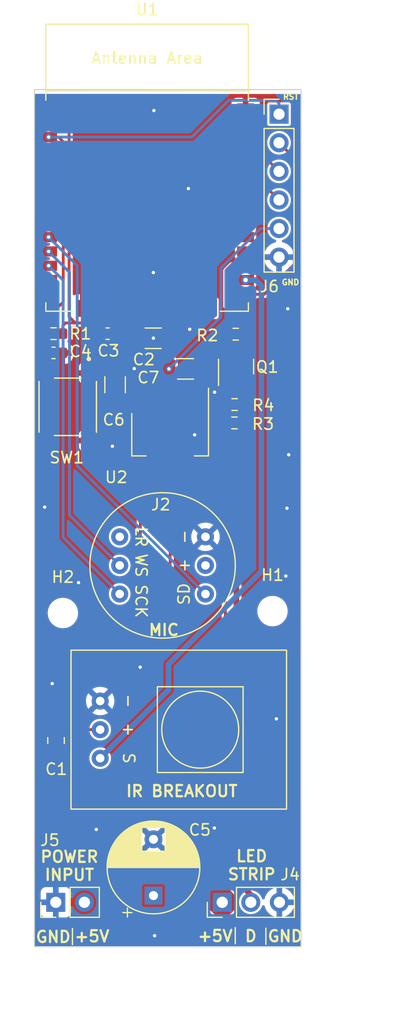
<source format=kicad_pcb>
(kicad_pcb (version 20221018) (generator pcbnew)
  (layers (0 "F.Cu" signal) (31 "B.Cu" signal) (34 "B.Paste" user) (35 "F.Paste" user) (36 "B.SilkS" user "B.Silkscreen") (37 "F.SilkS" user "F.Silkscreen") (38 "B.Mask" user) (39 "F.Mask" user) (44 "Edge.Cuts" user))
  (net 0 "")
  (net 1 "+3V3")
  (net 2 "GND")
  (net 3 "/ESP32-WROOM_32E/RESET")
  (net 4 "+5V")
  (net 5 "/ESP32-WROOM_32E/IR")
  (net 7 "/12s_microphone/WS")
  (net 8 "/12s_microphone/SCK")
  (net 9 "+3.3V")
  (net 10 "/12s_microphone/SD")
  (net 11 "Net-(J4-Pin_2)")
  (net 12 "/ESP32-WROOM_32E/DATA_3V3")
  (net 13 "/led_data_signal_boost_out/DATA_5V")
  (net 31 "/ESP32-WROOM_32E/BOOT")
  (net 38 "/ESP32-WROOM_32E/RX")
  (net 39 "/ESP32-WROOM_32E/TX")
  (footprint "Capacitor_SMD:C_0603_1608Metric" (layer "F.Cu") (at 123.01 83.41)
    (fp_text reference "C4" (at 2.4 -0.13) (layer "F.SilkS"))
    (fp_text value "0.1u")
    (fp_line (start -0.14058 -0.51) (end 0.14058 -0.51) (stroke (width 0.12)) (layer "F.SilkS"))
    (fp_line (start -0.14058 0.51) (end 0.14058 0.51) (stroke (width 0.12)) (layer "F.SilkS"))
    (pad "1" smd roundrect (at -0.775 0) (size 0.9 0.95) (layers "F.Cu" "F.Paste" "F.Mask") (net 3 "/ESP32-WROOM_32E/RESET"))
    (pad "2" smd roundrect (at 0.775 0) (size 0.9 0.95) (layers "F.Cu" "F.Paste" "F.Mask") (net 2 "GND"))
  )
  (footprint "MountingHole:MountingHole_2.2mm_M2" (layer "F.Cu") (at 123.84 106.52)
    (fp_text reference "H2" (at 0 -3.2) (layer "F.SilkS"))
    (fp_text value "MountingHole")
    (pad "" np_thru_hole circle (at 0 0) (size 2.2 2.2) (drill 2.2) (layers "*.Cu" "*.Mask"))
  )
  (footprint "Capacitor_SMD:C_0603_1608Metric" (layer "F.Cu") (at 127.815 81.7 180)
    (fp_text reference "C3" (at -0.075 -1.52 180) (layer "F.SilkS"))
    (fp_text value "0.1u")
    (fp_line (start -0.14058 -0.51) (end 0.14058 -0.51) (stroke (width 0.12)) (layer "F.SilkS"))
    (fp_line (start -0.14058 0.51) (end 0.14058 0.51) (stroke (width 0.12)) (layer "F.SilkS"))
    (pad "1" smd roundrect (at -0.775 0 180) (size 0.9 0.95) (layers "F.Cu" "F.Paste" "F.Mask") (net 1 "+3V3"))
    (pad "2" smd roundrect (at 0.775 0 180) (size 0.9 0.95) (layers "F.Cu" "F.Paste" "F.Mask") (net 2 "GND"))
  )
  (footprint "Resistor_SMD:R_0603_1608Metric" (layer "F.Cu") (at 123.01 81.7 180)
    (fp_text reference "R1" (at -2.38 -0.01) (layer "F.SilkS"))
    (fp_text value "10k/5%")
    (fp_line (start -0.237258 -0.5225) (end 0.237258 -0.5225) (stroke (width 0.12)) (layer "F.SilkS"))
    (fp_line (start -0.237258 0.5225) (end 0.237258 0.5225) (stroke (width 0.12)) (layer "F.SilkS"))
    (pad "1" smd roundrect (at -0.825 0 180) (size 0.8 0.95) (layers "F.Cu" "F.Paste" "F.Mask") (net 1 "+3V3"))
    (pad "2" smd roundrect (at 0.825 0 180) (size 0.8 0.95) (layers "F.Cu" "F.Paste" "F.Mask") (net 3 "/ESP32-WROOM_32E/RESET"))
  )
  (footprint "Capacitor_SMD:C_1206_3216Metric" (layer "F.Cu") (at 131.865 82.11)
    (fp_text reference "C2" (at -0.835 1.89 180) (layer "F.SilkS"))
    (fp_text value "22uF")
    (fp_line (start -0.711252 -0.91) (end 0.711252 -0.91) (stroke (width 0.12)) (layer "F.SilkS"))
    (fp_line (start -0.711252 0.91) (end 0.711252 0.91) (stroke (width 0.12)) (layer "F.SilkS"))
    (pad "1" smd roundrect (at -1.475 0) (size 1.15 1.8) (layers "F.Cu" "F.Paste" "F.Mask") (roundrect_rratio 0.2173913043) (net 1 "+3V3"))
    (pad "2" smd roundrect (at 1.475 0) (size 1.15 1.8) (layers "F.Cu" "F.Paste" "F.Mask") (roundrect_rratio 0.2173913043) (net 2 "GND"))
  )
  (footprint "0000:IR_Breakout" (layer "F.Cu") (at 144.9345 116.8793 -90)
    (fp_text reference "J1" hide)
    (fp_text value "IR_Breakout")
    (fp_text user "S" (at 2.54 15.24 -90 unlocked) (layer "F.SilkS"))
    (fp_text user "+" (at 0 15.24 -90 unlocked) (layer "F.SilkS"))
    (fp_text user "-" (at -2.54 15.24 -90 unlocked) (layer "F.SilkS"))
    (fp_rect (start -3.81 5.08) (end 3.81 12.7) (stroke (width 0.12)) (fill none) (layer "F.SilkS"))
    (fp_rect (start 7.0612 20.3708) (end -7.0612 1.2192) (stroke (width 0.12)) (fill none) (layer "F.SilkS"))
    (fp_circle (center 0 8.89) (end -3.175 7.62) (stroke (width 0.12)) (fill none) (layer "F.SilkS"))
    (pad "1" thru_hole circle (at 2.54 17.78 270) (size 1.524 1.524) (drill 0.762) (layers "*.Cu" "*.Mask") (net 5 "/ESP32-WROOM_32E/IR"))
    (pad "2" thru_hole circle (at 0 17.78 270) (size 1.524 1.524) (drill 0.762) (layers "*.Cu" "*.Mask") (net 1 "+3V3"))
    (pad "3" thru_hole circle (at -2.54 17.78 270) (size 1.524 1.524) (drill 0.762) (layers "*.Cu" "*.Mask") (net 2 "GND"))
  )
  (footprint "Connector_PinHeader_2.54mm:PinHeader_1x02_P2.54mm_Vertical" (layer "F.Cu") (at 123.21 132.22 90)
    (fp_text reference "J5" (at 5.52 -0.52 180) (layer "F.SilkS"))
    (fp_text value "Conn_01x02")
    (fp_line (start -1.33 -1.33) (end 0 -1.33) (stroke (width 0.12)) (layer "F.SilkS"))
    (fp_line (start -1.33 0) (end -1.33 -1.33) (stroke (width 0.12)) (layer "F.SilkS"))
    (fp_line (start -1.33 1.27) (end -1.33 3.87) (stroke (width 0.12)) (layer "F.SilkS"))
    (fp_line (start -1.33 1.27) (end 1.33 1.27) (stroke (width 0.12)) (layer "F.SilkS"))
    (fp_line (start -1.33 3.87) (end 1.33 3.87) (stroke (width 0.12)) (layer "F.SilkS"))
    (fp_line (start 1.33 1.27) (end 1.33 3.87) (stroke (width 0.12)) (layer "F.SilkS"))
    (pad "1" thru_hole rect (at 0 0 90) (size 1.7 1.7) (drill 1) (layers "*.Cu" "*.Mask") (net 2 "GND"))
    (pad "2" thru_hole oval (at 0 2.54 90) (size 1.7 1.7) (drill 1) (layers "*.Cu" "*.Mask") (net 4 "+5V"))
  )
  (footprint "Resistor_SMD:R_0603_1608Metric" (layer "F.Cu") (at 139.09 89.63)
    (fp_text reference "R3" (at 2.54 0.1) (layer "F.SilkS"))
    (fp_text value "330R")
    (fp_line (start -0.237258 -0.5225) (end 0.237258 -0.5225) (stroke (width 0.12)) (layer "F.SilkS"))
    (fp_line (start -0.237258 0.5225) (end 0.237258 0.5225) (stroke (width 0.12)) (layer "F.SilkS"))
    (pad "1" smd roundrect (at -0.825 0) (size 0.8 0.95) (layers "F.Cu" "F.Paste" "F.Mask") (net 11 "Net-(J4-Pin_2)"))
    (pad "2" smd roundrect (at 0.825 0) (size 0.8 0.95) (layers "F.Cu" "F.Paste" "F.Mask") (net 13 "/led_data_signal_boost_out/DATA_5V"))
  )
  (footprint "Capacitor_THT:CP_Radial_D8.0mm_P5.00mm" (layer "F.Cu") (at 131.89 131.622651 90)
    (fp_text reference "C5" (at 5.832651 4.12 180) (layer "F.SilkS"))
    (fp_text value "1000uF")
    (fp_line (start -1.909698 -2.315) (end -1.109698 -2.315) (stroke (width 0.12)) (layer "F.SilkS"))
    (fp_line (start -1.509698 -2.715) (end -1.509698 -1.915) (stroke (width 0.12)) (layer "F.SilkS"))
    (fp_line (start 2.5 -4.08) (end 2.5 4.08) (stroke (width 0.12)) (layer "F.SilkS"))
    (fp_line (start 2.54 -4.08) (end 2.54 4.08) (stroke (width 0.12)) (layer "F.SilkS"))
    (fp_line (start 2.58 -4.08) (end 2.58 4.08) (stroke (width 0.12)) (layer "F.SilkS"))
    (fp_line (start 2.62 -4.079) (end 2.62 4.079) (stroke (width 0.12)) (layer "F.SilkS"))
    (fp_line (start 2.66 -4.077) (end 2.66 4.077) (stroke (width 0.12)) (layer "F.SilkS"))
    (fp_line (start 2.7 -4.076) (end 2.7 4.076) (stroke (width 0.12)) (layer "F.SilkS"))
    (fp_line (start 2.74 -4.074) (end 2.74 4.074) (stroke (width 0.12)) (layer "F.SilkS"))
    (fp_line (start 2.78 -4.071) (end 2.78 4.071) (stroke (width 0.12)) (layer "F.SilkS"))
    (fp_line (start 2.82 -4.068) (end 2.82 4.068) (stroke (width 0.12)) (layer "F.SilkS"))
    (fp_line (start 2.86 -4.065) (end 2.86 4.065) (stroke (width 0.12)) (layer "F.SilkS"))
    (fp_line (start 2.9 -4.061) (end 2.9 4.061) (stroke (width 0.12)) (layer "F.SilkS"))
    (fp_line (start 2.94 -4.057) (end 2.94 4.057) (stroke (width 0.12)) (layer "F.SilkS"))
    (fp_line (start 2.98 -4.052) (end 2.98 4.052) (stroke (width 0.12)) (layer "F.SilkS"))
    (fp_line (start 3.02 -4.048) (end 3.02 4.048) (stroke (width 0.12)) (layer "F.SilkS"))
    (fp_line (start 3.06 -4.042) (end 3.06 4.042) (stroke (width 0.12)) (layer "F.SilkS"))
    (fp_line (start 3.1 -4.037) (end 3.1 4.037) (stroke (width 0.12)) (layer "F.SilkS"))
    (fp_line (start 3.14 -4.03) (end 3.14 4.03) (stroke (width 0.12)) (layer "F.SilkS"))
    (fp_line (start 3.18 -4.024) (end 3.18 4.024) (stroke (width 0.12)) (layer "F.SilkS"))
    (fp_line (start 3.221 -4.017) (end 3.221 4.017) (stroke (width 0.12)) (layer "F.SilkS"))
    (fp_line (start 3.261 -4.01) (end 3.261 4.01) (stroke (width 0.12)) (layer "F.SilkS"))
    (fp_line (start 3.301 -4.002) (end 3.301 4.002) (stroke (width 0.12)) (layer "F.SilkS"))
    (fp_line (start 3.341 -3.994) (end 3.341 3.994) (stroke (width 0.12)) (layer "F.SilkS"))
    (fp_line (start 3.381 -3.985) (end 3.381 3.985) (stroke (width 0.12)) (layer "F.SilkS"))
    (fp_line (start 3.421 -3.976) (end 3.421 3.976) (stroke (width 0.12)) (layer "F.SilkS"))
    (fp_line (start 3.461 -3.967) (end 3.461 3.967) (stroke (width 0.12)) (layer "F.SilkS"))
    (fp_line (start 3.501 -3.957) (end 3.501 3.957) (stroke (width 0.12)) (layer "F.SilkS"))
    (fp_line (start 3.541 -3.947) (end 3.541 3.947) (stroke (width 0.12)) (layer "F.SilkS"))
    (fp_line (start 3.581 -3.936) (end 3.581 3.936) (stroke (width 0.12)) (layer "F.SilkS"))
    (fp_line (start 3.621 -3.925) (end 3.621 3.925) (stroke (width 0.12)) (layer "F.SilkS"))
    (fp_line (start 3.661 -3.914) (end 3.661 3.914) (stroke (width 0.12)) (layer "F.SilkS"))
    (fp_line (start 3.701 -3.902) (end 3.701 3.902) (stroke (width 0.12)) (layer "F.SilkS"))
    (fp_line (start 3.741 -3.889) (end 3.741 3.889) (stroke (width 0.12)) (layer "F.SilkS"))
    (fp_line (start 3.781 -3.877) (end 3.781 3.877) (stroke (width 0.12)) (layer "F.SilkS"))
    (fp_line (start 3.821 -3.863) (end 3.821 3.863) (stroke (width 0.12)) (layer "F.SilkS"))
    (fp_line (start 3.861 -3.85) (end 3.861 3.85) (stroke (width 0.12)) (layer "F.SilkS"))
    (fp_line (start 3.901 -3.835) (end 3.901 3.835) (stroke (width 0.12)) (layer "F.SilkS"))
    (fp_line (start 3.941 -3.821) (end 3.941 3.821) (stroke (width 0.12)) (layer "F.SilkS"))
    (fp_line (start 3.981 -3.805) (end 3.981 -1.04) (stroke (width 0.12)) (layer "F.SilkS"))
    (fp_line (start 3.981 1.04) (end 3.981 3.805) (stroke (width 0.12)) (layer "F.SilkS"))
    (fp_line (start 4.021 -3.79) (end 4.021 -1.04) (stroke (width 0.12)) (layer "F.SilkS"))
    (fp_line (start 4.021 1.04) (end 4.021 3.79) (stroke (width 0.12)) (layer "F.SilkS"))
    (fp_line (start 4.061 -3.774) (end 4.061 -1.04) (stroke (width 0.12)) (layer "F.SilkS"))
    (fp_line (start 4.061 1.04) (end 4.061 3.774) (stroke (width 0.12)) (layer "F.SilkS"))
    (fp_line (start 4.101 -3.757) (end 4.101 -1.04) (stroke (width 0.12)) (layer "F.SilkS"))
    (fp_line (start 4.101 1.04) (end 4.101 3.757) (stroke (width 0.12)) (layer "F.SilkS"))
    (fp_line (start 4.141 -3.74) (end 4.141 -1.04) (stroke (width 0.12)) (layer "F.SilkS"))
    (fp_line (start 4.141 1.04) (end 4.141 3.74) (stroke (width 0.12)) (layer "F.SilkS"))
    (fp_line (start 4.181 -3.722) (end 4.181 -1.04) (stroke (width 0.12)) (layer "F.SilkS"))
    (fp_line (start 4.181 1.04) (end 4.181 3.722) (stroke (width 0.12)) (layer "F.SilkS"))
    (fp_line (start 4.221 -3.704) (end 4.221 -1.04) (stroke (width 0.12)) (layer "F.SilkS"))
    (fp_line (start 4.221 1.04) (end 4.221 3.704) (stroke (width 0.12)) (layer "F.SilkS"))
    (fp_line (start 4.261 -3.686) (end 4.261 -1.04) (stroke (width 0.12)) (layer "F.SilkS"))
    (fp_line (start 4.261 1.04) (end 4.261 3.686) (stroke (width 0.12)) (layer "F.SilkS"))
    (fp_line (start 4.301 -3.666) (end 4.301 -1.04) (stroke (width 0.12)) (layer "F.SilkS"))
    (fp_line (start 4.301 1.04) (end 4.301 3.666) (stroke (width 0.12)) (layer "F.SilkS"))
    (fp_line (start 4.341 -3.647) (end 4.341 -1.04) (stroke (width 0.12)) (layer "F.SilkS"))
    (fp_line (start 4.341 1.04) (end 4.341 3.647) (stroke (width 0.12)) (layer "F.SilkS"))
    (fp_line (start 4.381 -3.627) (end 4.381 -1.04) (stroke (width 0.12)) (layer "F.SilkS"))
    (fp_line (start 4.381 1.04) (end 4.381 3.627) (stroke (width 0.12)) (layer "F.SilkS"))
    (fp_line (start 4.421 -3.606) (end 4.421 -1.04) (stroke (width 0.12)) (layer "F.SilkS"))
    (fp_line (start 4.421 1.04) (end 4.421 3.606) (stroke (width 0.12)) (layer "F.SilkS"))
    (fp_line (start 4.461 -3.584) (end 4.461 -1.04) (stroke (width 0.12)) (layer "F.SilkS"))
    (fp_line (start 4.461 1.04) (end 4.461 3.584) (stroke (width 0.12)) (layer "F.SilkS"))
    (fp_line (start 4.501 -3.562) (end 4.501 -1.04) (stroke (width 0.12)) (layer "F.SilkS"))
    (fp_line (start 4.501 1.04) (end 4.501 3.562) (stroke (width 0.12)) (layer "F.SilkS"))
    (fp_line (start 4.541 -3.54) (end 4.541 -1.04) (stroke (width 0.12)) (layer "F.SilkS"))
    (fp_line (start 4.541 1.04) (end 4.541 3.54) (stroke (width 0.12)) (layer "F.SilkS"))
    (fp_line (start 4.581 -3.517) (end 4.581 -1.04) (stroke (width 0.12)) (layer "F.SilkS"))
    (fp_line (start 4.581 1.04) (end 4.581 3.517) (stroke (width 0.12)) (layer "F.SilkS"))
    (fp_line (start 4.621 -3.493) (end 4.621 -1.04) (stroke (width 0.12)) (layer "F.SilkS"))
    (fp_line (start 4.621 1.04) (end 4.621 3.493) (stroke (width 0.12)) (layer "F.SilkS"))
    (fp_line (start 4.661 -3.469) (end 4.661 -1.04) (stroke (width 0.12)) (layer "F.SilkS"))
    (fp_line (start 4.661 1.04) (end 4.661 3.469) (stroke (width 0.12)) (layer "F.SilkS"))
    (fp_line (start 4.701 -3.444) (end 4.701 -1.04) (stroke (width 0.12)) (layer "F.SilkS"))
    (fp_line (start 4.701 1.04) (end 4.701 3.444) (stroke (width 0.12)) (layer "F.SilkS"))
    (fp_line (start 4.741 -3.418) (end 4.741 -1.04) (stroke (width 0.12)) (layer "F.SilkS"))
    (fp_line (start 4.741 1.04) (end 4.741 3.418) (stroke (width 0.12)) (layer "F.SilkS"))
    (fp_line (start 4.781 -3.392) (end 4.781 -1.04) (stroke (width 0.12)) (layer "F.SilkS"))
    (fp_line (start 4.781 1.04) (end 4.781 3.392) (stroke (width 0.12)) (layer "F.SilkS"))
    (fp_line (start 4.821 -3.365) (end 4.821 -1.04) (stroke (width 0.12)) (layer "F.SilkS"))
    (fp_line (start 4.821 1.04) (end 4.821 3.365) (stroke (width 0.12)) (layer "F.SilkS"))
    (fp_line (start 4.861 -3.338) (end 4.861 -1.04) (stroke (width 0.12)) (layer "F.SilkS"))
    (fp_line (start 4.861 1.04) (end 4.861 3.338) (stroke (width 0.12)) (layer "F.SilkS"))
    (fp_line (start 4.901 -3.309) (end 4.901 -1.04) (stroke (width 0.12)) (layer "F.SilkS"))
    (fp_line (start 4.901 1.04) (end 4.901 3.309) (stroke (width 0.12)) (layer "F.SilkS"))
    (fp_line (start 4.941 -3.28) (end 4.941 -1.04) (stroke (width 0.12)) (layer "F.SilkS"))
    (fp_line (start 4.941 1.04) (end 4.941 3.28) (stroke (width 0.12)) (layer "F.SilkS"))
    (fp_line (start 4.981 -3.25) (end 4.981 -1.04) (stroke (width 0.12)) (layer "F.SilkS"))
    (fp_line (start 4.981 1.04) (end 4.981 3.25) (stroke (width 0.12)) (layer "F.SilkS"))
    (fp_line (start 5.021 -3.22) (end 5.021 -1.04) (stroke (width 0.12)) (layer "F.SilkS"))
    (fp_line (start 5.021 1.04) (end 5.021 3.22) (stroke (width 0.12)) (layer "F.SilkS"))
    (fp_line (start 5.061 -3.189) (end 5.061 -1.04) (stroke (width 0.12)) (layer "F.SilkS"))
    (fp_line (start 5.061 1.04) (end 5.061 3.189) (stroke (width 0.12)) (layer "F.SilkS"))
    (fp_line (start 5.101 -3.156) (end 5.101 -1.04) (stroke (width 0.12)) (layer "F.SilkS"))
    (fp_line (start 5.101 1.04) (end 5.101 3.156) (stroke (width 0.12)) (layer "F.SilkS"))
    (fp_line (start 5.141 -3.124) (end 5.141 -1.04) (stroke (width 0.12)) (layer "F.SilkS"))
    (fp_line (start 5.141 1.04) (end 5.141 3.124) (stroke (width 0.12)) (layer "F.SilkS"))
    (fp_line (start 5.181 -3.09) (end 5.181 -1.04) (stroke (width 0.12)) (layer "F.SilkS"))
    (fp_line (start 5.181 1.04) (end 5.181 3.09) (stroke (width 0.12)) (layer "F.SilkS"))
    (fp_line (start 5.221 -3.055) (end 5.221 -1.04) (stroke (width 0.12)) (layer "F.SilkS"))
    (fp_line (start 5.221 1.04) (end 5.221 3.055) (stroke (width 0.12)) (layer "F.SilkS"))
    (fp_line (start 5.261 -3.019) (end 5.261 -1.04) (stroke (width 0.12)) (layer "F.SilkS"))
    (fp_line (start 5.261 1.04) (end 5.261 3.019) (stroke (width 0.12)) (layer "F.SilkS"))
    (fp_line (start 5.301 -2.983) (end 5.301 -1.04) (stroke (width 0.12)) (layer "F.SilkS"))
    (fp_line (start 5.301 1.04) (end 5.301 2.983) (stroke (width 0.12)) (layer "F.SilkS"))
    (fp_line (start 5.341 -2.945) (end 5.341 -1.04) (stroke (width 0.12)) (layer "F.SilkS"))
    (fp_line (start 5.341 1.04) (end 5.341 2.945) (stroke (width 0.12)) (layer "F.SilkS"))
    (fp_line (start 5.381 -2.907) (end 5.381 -1.04) (stroke (width 0.12)) (layer "F.SilkS"))
    (fp_line (start 5.381 1.04) (end 5.381 2.907) (stroke (width 0.12)) (layer "F.SilkS"))
    (fp_line (start 5.421 -2.867) (end 5.421 -1.04) (stroke (width 0.12)) (layer "F.SilkS"))
    (fp_line (start 5.421 1.04) (end 5.421 2.867) (stroke (width 0.12)) (layer "F.SilkS"))
    (fp_line (start 5.461 -2.826) (end 5.461 -1.04) (stroke (width 0.12)) (layer "F.SilkS"))
    (fp_line (start 5.461 1.04) (end 5.461 2.826) (stroke (width 0.12)) (layer "F.SilkS"))
    (fp_line (start 5.501 -2.784) (end 5.501 -1.04) (stroke (width 0.12)) (layer "F.SilkS"))
    (fp_line (start 5.501 1.04) (end 5.501 2.784) (stroke (width 0.12)) (layer "F.SilkS"))
    (fp_line (start 5.541 -2.741) (end 5.541 -1.04) (stroke (width 0.12)) (layer "F.SilkS"))
    (fp_line (start 5.541 1.04) (end 5.541 2.741) (stroke (width 0.12)) (layer "F.SilkS"))
    (fp_line (start 5.581 -2.697) (end 5.581 -1.04) (stroke (width 0.12)) (layer "F.SilkS"))
    (fp_line (start 5.581 1.04) (end 5.581 2.697) (stroke (width 0.12)) (layer "F.SilkS"))
    (fp_line (start 5.621 -2.651) (end 5.621 -1.04) (stroke (width 0.12)) (layer "F.SilkS"))
    (fp_line (start 5.621 1.04) (end 5.621 2.651) (stroke (width 0.12)) (layer "F.SilkS"))
    (fp_line (start 5.661 -2.604) (end 5.661 -1.04) (stroke (width 0.12)) (layer "F.SilkS"))
    (fp_line (start 5.661 1.04) (end 5.661 2.604) (stroke (width 0.12)) (layer "F.SilkS"))
    (fp_line (start 5.701 -2.556) (end 5.701 -1.04) (stroke (width 0.12)) (layer "F.SilkS"))
    (fp_line (start 5.701 1.04) (end 5.701 2.556) (stroke (width 0.12)) (layer "F.SilkS"))
    (fp_line (start 5.741 -2.505) (end 5.741 -1.04) (stroke (width 0.12)) (layer "F.SilkS"))
    (fp_line (start 5.741 1.04) (end 5.741 2.505) (stroke (width 0.12)) (layer "F.SilkS"))
    (fp_line (start 5.781 -2.454) (end 5.781 -1.04) (stroke (width 0.12)) (layer "F.SilkS"))
    (fp_line (start 5.781 1.04) (end 5.781 2.454) (stroke (width 0.12)) (layer "F.SilkS"))
    (fp_line (start 5.821 -2.4) (end 5.821 -1.04) (stroke (width 0.12)) (layer "F.SilkS"))
    (fp_line (start 5.821 1.04) (end 5.821 2.4) (stroke (width 0.12)) (layer "F.SilkS"))
    (fp_line (start 5.861 -2.345) (end 5.861 -1.04) (stroke (width 0.12)) (layer "F.SilkS"))
    (fp_line (start 5.861 1.04) (end 5.861 2.345) (stroke (width 0.12)) (layer "F.SilkS"))
    (fp_line (start 5.901 -2.287) (end 5.901 -1.04) (stroke (width 0.12)) (layer "F.SilkS"))
    (fp_line (start 5.901 1.04) (end 5.901 2.287) (stroke (width 0.12)) (layer "F.SilkS"))
    (fp_line (start 5.941 -2.228) (end 5.941 -1.04) (stroke (width 0.12)) (layer "F.SilkS"))
    (fp_line (start 5.941 1.04) (end 5.941 2.228) (stroke (width 0.12)) (layer "F.SilkS"))
    (fp_line (start 5.981 -2.166) (end 5.981 -1.04) (stroke (width 0.12)) (layer "F.SilkS"))
    (fp_line (start 5.981 1.04) (end 5.981 2.166) (stroke (width 0.12)) (layer "F.SilkS"))
    (fp_line (start 6.021 -2.102) (end 6.021 -1.04) (stroke (width 0.12)) (layer "F.SilkS"))
    (fp_line (start 6.021 1.04) (end 6.021 2.102) (stroke (width 0.12)) (layer "F.SilkS"))
    (fp_line (start 6.061 -2.034) (end 6.061 2.034) (stroke (width 0.12)) (layer "F.SilkS"))
    (fp_line (start 6.101 -1.964) (end 6.101 1.964) (stroke (width 0.12)) (layer "F.SilkS"))
    (fp_line (start 6.141 -1.89) (end 6.141 1.89) (stroke (width 0.12)) (layer "F.SilkS"))
    (fp_line (start 6.181 -1.813) (end 6.181 1.813) (stroke (width 0.12)) (layer "F.SilkS"))
    (fp_line (start 6.221 -1.731) (end 6.221 1.731) (stroke (width 0.12)) (layer "F.SilkS"))
    (fp_line (start 6.261 -1.645) (end 6.261 1.645) (stroke (width 0.12)) (layer "F.SilkS"))
    (fp_line (start 6.301 -1.552) (end 6.301 1.552) (stroke (width 0.12)) (layer "F.SilkS"))
    (fp_line (start 6.341 -1.453) (end 6.341 1.453) (stroke (width 0.12)) (layer "F.SilkS"))
    (fp_line (start 6.381 -1.346) (end 6.381 1.346) (stroke (width 0.12)) (layer "F.SilkS"))
    (fp_line (start 6.421 -1.229) (end 6.421 1.229) (stroke (width 0.12)) (layer "F.SilkS"))
    (fp_line (start 6.461 -1.098) (end 6.461 1.098) (stroke (width 0.12)) (layer "F.SilkS"))
    (fp_line (start 6.501 -0.948) (end 6.501 0.948) (stroke (width 0.12)) (layer "F.SilkS"))
    (fp_line (start 6.541 -0.768) (end 6.541 0.768) (stroke (width 0.12)) (layer "F.SilkS"))
    (fp_line (start 6.581 -0.533) (end 6.581 0.533) (stroke (width 0.12)) (layer "F.SilkS"))
    (fp_circle (center 2.5 0) (end 6.62 0) (stroke (width 0.12)) (fill none) (layer "F.SilkS"))
    (pad "1" thru_hole rect (at 0 0 90) (size 1.6 1.6) (drill 0.8) (layers "*.Cu" "*.Mask") (net 4 "+5V"))
    (pad "2" thru_hole circle (at 5 0 90) (size 1.6 1.6) (drill 0.8) (layers "*.Cu" "*.Mask") (net 2 "GND"))
  )
  (footprint "Capacitor_SMD:C_1206_3216Metric" (layer "F.Cu") (at 128.48 86.24 90)
    (fp_text reference "C6" (at -3.11 -0.12 180) (layer "F.SilkS"))
    (fp_text value "22uF")
    (fp_line (start -0.711252 -0.91) (end 0.711252 -0.91) (stroke (width 0.12)) (layer "F.SilkS"))
    (fp_line (start -0.711252 0.91) (end 0.711252 0.91) (stroke (width 0.12)) (layer "F.SilkS"))
    (pad "1" smd roundrect (at -1.475 0 90) (size 1.15 1.8) (layers "F.Cu" "F.Paste" "F.Mask") (roundrect_rratio 0.2173913043) (net 4 "+5V"))
    (pad "2" smd roundrect (at 1.475 0 90) (size 1.15 1.8) (layers "F.Cu" "F.Paste" "F.Mask") (roundrect_rratio 0.2173913043) (net 2 "GND"))
  )
  (footprint "0000:TS-1187A-B-A-B" (layer "F.Cu") (at 124.18 88.21 -90)
    (fp_text reference "SW1" (at 4.5 0 unlocked) (layer "F.SilkS"))
    (fp_text value "TS-1187A-B-A-B")
    (fp_line (start -2.56 -1.27) (end -2.56 1.09) (stroke (width 0.127)) (layer "F.SilkS"))
    (fp_line (start 2.24 -2.64) (end -2.26 -2.64) (stroke (width 0.127)) (layer "F.SilkS"))
    (fp_line (start 2.24 2.46) (end -2.26 2.46) (stroke (width 0.127)) (layer "F.SilkS"))
    (fp_line (start 2.54 1.09) (end 2.54 -1.27) (stroke (width 0.127)) (layer "F.SilkS"))
    (fp_circle (center -4.26 -1.965) (end -4.16 -1.965) (stroke (width 0.2)) (fill none) (layer "F.SilkS"))
    (pad "1" smd rect (at -3.01 -1.965 270) (size 1 0.75) (layers "F.Cu" "F.Paste" "F.Mask") (net 2 "GND"))
    (pad "2" smd rect (at 2.99 -1.965 270) (size 1 0.75) (layers "F.Cu" "F.Paste" "F.Mask") (net 2 "GND"))
    (pad "3" smd rect (at -3.01 1.785 270) (size 1 0.75) (layers "F.Cu" "F.Paste" "F.Mask") (net 3 "/ESP32-WROOM_32E/RESET"))
    (pad "4" smd rect (at 2.99 1.785 270) (size 1 0.75) (layers "F.Cu" "F.Paste" "F.Mask") (net 3 "/ESP32-WROOM_32E/RESET"))
  )
  (footprint "MountingHole:MountingHole_2.2mm_M2" (layer "F.Cu") (at 142.47 106.35)
    (fp_text reference "H1" (at 0 -3.2) (layer "F.SilkS"))
    (fp_text value "MountingHole")
    (pad "" np_thru_hole circle (at 0 0) (size 2.2 2.2) (drill 2.2) (layers "*.Cu" "*.Mask"))
  )
  (footprint "Espressif:ESP32-WROOM-32E" (layer "F.Cu") (at 131.325 68.705)
    (fp_text reference "U1" (at 0 -15.8) (layer "F.SilkS"))
    (fp_text value "ESP32-WROOM-32E")
    (fp_text user "Antenna Area" (at 0 -11.5) (layer "F.SilkS"))
    (fp_line (start -9 -14.5) (end -9 -7.75) (stroke (width 0.12)) (layer "F.SilkS"))
    (fp_line (start -9 -14.5) (end 9 -14.5) (stroke (width 0.12)) (layer "F.SilkS"))
    (fp_line (start -9 10.25) (end -9 11) (stroke (width 0.12)) (layer "F.SilkS"))
    (fp_line (start -9 11) (end -8.25 11) (stroke (width 0.12)) (layer "F.SilkS"))
    (fp_line (start -8.25 11) (end -6.5 11) (stroke (width 0.12)) (layer "F.SilkS"))
    (fp_line (start 8.25 11) (end 6.5 11) (stroke (width 0.12)) (layer "F.SilkS"))
    (fp_line (start 9 -14.5) (end 9 -7.75) (stroke (width 0.12)) (layer "F.SilkS"))
    (fp_line (start 9 -8.56) (end -9 -8.56) (stroke (width 0.12)) (layer "F.SilkS"))
    (fp_line (start 9 10.25) (end 9 11) (stroke (width 0.12)) (layer "F.SilkS"))
    (fp_line (start 9 11) (end 8.25 11) (stroke (width 0.12)) (layer "F.SilkS"))
    (pad "1" smd rect (at -8.75 -7.01) (size 1.5 0.9) (layers "F.Cu" "F.Paste" "F.Mask") (net 2 "GND"))
    (pad "2" smd rect (at -8.75 -5.74) (size 1.5 0.9) (layers "F.Cu" "F.Paste" "F.Mask") (net 1 "+3V3"))
    (pad "3" smd rect (at -8.75 -4.47) (size 1.5 0.9) (layers "F.Cu" "F.Paste" "F.Mask") (net 3 "/ESP32-WROOM_32E/RESET"))
    (pad "4" smd rect (at -8.75 -3.2) (size 1.5 0.9) (layers "F.Cu" "F.Paste" "F.Mask"))
    (pad "5" smd rect (at -8.75 -1.93) (size 1.5 0.9) (layers "F.Cu" "F.Paste" "F.Mask"))
    (pad "6" smd rect (at -8.75 -0.66) (size 1.5 0.9) (layers "F.Cu" "F.Paste" "F.Mask"))
    (pad "7" smd rect (at -8.75 0.61) (size 1.5 0.9) (layers "F.Cu" "F.Paste" "F.Mask"))
    (pad "8" smd rect (at -8.75 1.88) (size 1.5 0.9) (layers "F.Cu" "F.Paste" "F.Mask"))
    (pad "9" smd rect (at -8.75 3.15) (size 1.5 0.9) (layers "F.Cu" "F.Paste" "F.Mask"))
    (pad "10" smd rect (at -8.75 4.42) (size 1.5 0.9) (layers "F.Cu" "F.Paste" "F.Mask") (net 10 "/12s_microphone/SD"))
    (pad "11" smd rect (at -8.75 5.69) (size 1.5 0.9) (layers "F.Cu" "F.Paste" "F.Mask") (net 7 "/12s_microphone/WS"))
    (pad "12" smd rect (at -8.75 6.96) (size 1.5 0.9) (layers "F.Cu" "F.Paste" "F.Mask") (net 8 "/12s_microphone/SCK"))
    (pad "13" smd rect (at -8.75 8.23) (size 1.5 0.9) (layers "F.Cu" "F.Paste" "F.Mask"))
    (pad "14" smd rect (at -8.75 9.5) (size 1.5 0.9) (layers "F.Cu" "F.Paste" "F.Mask"))
    (pad "15" smd rect (at -5.72 10.75 90) (size 1.5 0.9) (layers "F.Cu" "F.Paste" "F.Mask") (net 2 "GND"))
    (pad "16" smd rect (at -4.45 10.75 90) (size 1.5 0.9) (layers "F.Cu" "F.Paste" "F.Mask"))
    (pad "17" smd rect (at -3.18 10.75 90) (size 1.5 0.9) (layers "F.Cu" "F.Paste" "F.Mask"))
    (pad "18" smd rect (at -1.91 10.75 90) (size 1.5 0.9) (layers "F.Cu" "F.Paste" "F.Mask"))
    (pad "19" smd rect (at -0.64 10.75 90) (size 1.5 0.9) (layers "F.Cu" "F.Paste" "F.Mask"))
    (pad "20" smd rect (at 0.63 10.75 90) (size 1.5 0.9) (layers "F.Cu" "F.Paste" "F.Mask"))
    (pad "21" smd rect (at 1.9 10.75 90) (size 1.5 0.9) (layers "F.Cu" "F.Paste" "F.Mask"))
    (pad "22" smd rect (at 3.17 10.75 90) (size 1.5 0.9) (layers "F.Cu" "F.Paste" "F.Mask"))
    (pad "23" smd rect (at 4.44 10.75 90) (size 1.5 0.9) (layers "F.Cu" "F.Paste" "F.Mask"))
    (pad "24" smd rect (at 5.71 10.75 90) (size 1.5 0.9) (layers "F.Cu" "F.Paste" "F.Mask"))
    (pad "25" smd rect (at 8.75 9.5 180) (size 1.5 0.9) (layers "F.Cu" "F.Paste" "F.Mask") (net 31 "/ESP32-WROOM_32E/BOOT"))
    (pad "26" smd rect (at 8.75 8.23 180) (size 1.5 0.9) (layers "F.Cu" "F.Paste" "F.Mask") (net 5 "/ESP32-WROOM_32E/IR"))
    (pad "27" smd rect (at 8.75 6.96 180) (size 1.5 0.9) (layers "F.Cu" "F.Paste" "F.Mask") (net 12 "/ESP32-WROOM_32E/DATA_3V3"))
    (pad "28" smd rect (at 8.75 5.69 180) (size 1.5 0.9) (layers "F.Cu" "F.Paste" "F.Mask"))
    (pad "29" smd rect (at 8.75 4.42 180) (size 1.5 0.9) (layers "F.Cu" "F.Paste" "F.Mask"))
    (pad "30" smd rect (at 8.75 3.15 180) (size 1.5 0.9) (layers "F.Cu" "F.Paste" "F.Mask"))
    (pad "31" smd rect (at 8.75 1.88 180) (size 1.5 0.9) (layers "F.Cu" "F.Paste" "F.Mask"))
    (pad "32" smd rect (at 8.75 0.61 180) (size 1.5 0.9) (layers "F.Cu" "F.Paste" "F.Mask"))
    (pad "33" smd rect (at 8.75 -0.66 180) (size 1.5 0.9) (layers "F.Cu" "F.Paste" "F.Mask"))
    (pad "34" smd rect (at 8.75 -1.93 180) (size 1.5 0.9) (layers "F.Cu" "F.Paste" "F.Mask") (net 38 "/ESP32-WROOM_32E/RX"))
    (pad "35" smd rect (at 8.75 -3.2 180) (size 1.5 0.9) (layers "F.Cu" "F.Paste" "F.Mask") (net 39 "/ESP32-WROOM_32E/TX"))
    (pad "36" smd rect (at 8.75 -4.47 180) (size 1.5 0.9) (layers "F.Cu" "F.Paste" "F.Mask"))
    (pad "37" smd rect (at 8.75 -5.74 180) (size 1.5 0.9) (layers "F.Cu" "F.Paste" "F.Mask"))
    (pad "38" smd rect (at 8.75 -7.01 180) (size 1.5 0.9) (layers "F.Cu" "F.Paste" "F.Mask") (net 2 "GND"))
    (pad "39" smd rect (at -2.9 -0.69 180) (size 0.9 0.9) (layers "F.Cu" "F.Paste" "F.Mask") (net 2 "GND"))
    (pad "39" smd rect (at -2.9 0.71 180) (size 0.9 0.9) (layers "F.Cu" "F.Paste" "F.Mask") (net 2 "GND"))
    (pad "39" smd rect (at -2.9 2.11 180) (size 0.9 0.9) (layers "F.Cu" "F.Paste" "F.Mask") (net 2 "GND"))
    (pad "39" smd rect (at -1.5 -0.69 180) (size 0.9 0.9) (layers "F.Cu" "F.Paste" "F.Mask") (net 2 "GND"))
    (pad "39" smd rect (at -1.5 0.71 180) (size 0.9 0.9) (layers "F.Cu" "F.Paste" "F.Mask") (net 2 "GND"))
    (pad "39" smd rect (at -1.5 2.11 180) (size 0.9 0.9) (layers "F.Cu" "F.Paste" "F.Mask") (net 2 "GND"))
    (pad "39" smd rect (at -0.1 -0.69 180) (size 0.9 0.9) (layers "F.Cu" "F.Paste" "F.Mask") (net 2 "GND"))
    (pad "39" smd rect (at -0.1 0.71 180) (size 0.9 0.9) (layers "F.Cu" "F.Paste" "F.Mask") (net 2 "GND"))
    (pad "39" smd rect (at -0.1 2.11 180) (size 0.9 0.9) (layers "F.Cu" "F.Paste" "F.Mask") (net 2 "GND"))
  )
  (footprint "Resistor_SMD:R_0603_1608Metric" (layer "F.Cu") (at 139.2 81.7475)
    (fp_text reference "R2" (at -2.52 0.1125) (layer "F.SilkS"))
    (fp_text value "10k/5%")
    (fp_line (start -0.237258 -0.5225) (end 0.237258 -0.5225) (stroke (width 0.12)) (layer "F.SilkS"))
    (fp_line (start -0.237258 0.5225) (end 0.237258 0.5225) (stroke (width 0.12)) (layer "F.SilkS"))
    (pad "1" smd roundrect (at -0.825 0) (size 0.8 0.95) (layers "F.Cu" "F.Paste" "F.Mask") (net 1 "+3V3"))
    (pad "2" smd roundrect (at 0.825 0) (size 0.8 0.95) (layers "F.Cu" "F.Paste" "F.Mask") (net 12 "/ESP32-WROOM_32E/DATA_3V3"))
  )
  (footprint "Capacitor_SMD:C_1206_3216Metric" (layer "F.Cu") (at 134.74 84.83)
    (fp_text reference "C7" (at -3.3 0.77) (layer "F.SilkS"))
    (fp_text value "22uF")
    (fp_line (start -0.711252 -0.91) (end 0.711252 -0.91) (stroke (width 0.12)) (layer "F.SilkS"))
    (fp_line (start -0.711252 0.91) (end 0.711252 0.91) (stroke (width 0.12)) (layer "F.SilkS"))
    (pad "1" smd roundrect (at -1.475 0) (size 1.15 1.8) (layers "F.Cu" "F.Paste" "F.Mask") (roundrect_rratio 0.2173913043) (net 1 "+3V3"))
    (pad "2" smd roundrect (at 1.475 0) (size 1.15 1.8) (layers "F.Cu" "F.Paste" "F.Mask") (roundrect_rratio 0.2173913043) (net 2 "GND"))
  )
  (footprint "Package_TO_SOT_SMD:SOT-223-3_TabPin2" (layer "F.Cu") (at 133.37 90.65 -90)
    (fp_text reference "U2" (at 3.81 4.79 -180) (layer "F.SilkS"))
    (fp_text value "AMS1117-3.3")
    (fp_line (start -4.1 -3.41) (end 1.91 -3.41) (stroke (width 0.12)) (layer "F.SilkS"))
    (fp_line (start -1.85 3.41) (end 1.91 3.41) (stroke (width 0.12)) (layer "F.SilkS"))
    (fp_line (start 1.91 -3.41) (end 1.91 -2.15) (stroke (width 0.12)) (layer "F.SilkS"))
    (fp_line (start 1.91 3.41) (end 1.91 2.15) (stroke (width 0.12)) (layer "F.SilkS"))
    (pad "1" smd rect (at -3.15 -2.3 270) (size 2 1.5) (layers "F.Cu" "F.Paste" "F.Mask") (net 2 "GND"))
    (pad "2" smd rect (at -3.15 0 270) (size 2 1.5) (layers "F.Cu" "F.Paste" "F.Mask") (net 1 "+3V3"))
    (pad "2" smd rect (at 3.15 0 270) (size 2 3.8) (layers "F.Cu" "F.Paste" "F.Mask") (net 1 "+3V3"))
    (pad "3" smd rect (at -3.15 2.3 270) (size 2 1.5) (layers "F.Cu" "F.Paste" "F.Mask") (net 4 "+5V"))
  )
  (footprint "0000:INMP441_Breakout" (layer "F.Cu") (at 132.7 102.29)
    (fp_text reference "J2" (at -0.16 -5.4 unlocked) (layer "F.SilkS"))
    (fp_text value "INMP441_Breakout")
    (fp_text user "WS" (at -1.905 0 -90 unlocked) (layer "F.SilkS"))
    (fp_text user "SCK" (at -1.905 3.175 -90 unlocked) (layer "F.SilkS"))
    (fp_text user "+" (at 1.905 0 90 unlocked) (layer "F.SilkS"))
    (fp_text user "SD" (at 1.905 2.54 90 unlocked) (layer "F.SilkS"))
    (fp_text user "-" (at 1.905 -2.54 90 unlocked) (layer "F.SilkS"))
    (fp_text user "LR" (at -1.905 -2.54 -90 unlocked) (layer "F.SilkS"))
    (fp_circle (center 0 0) (end 6.46 0) (stroke (width 0.12)) (fill none) (layer "F.SilkS"))
    (pad "1" thru_hole circle (at -3.81 -2.54) (size 1.524 1.524) (drill 0.762) (layers "*.Cu" "*.Mask"))
    (pad "2" thru_hole circle (at -3.81 0) (size 1.524 1.524) (drill 0.762) (layers "*.Cu" "*.Mask") (net 7 "/12s_microphone/WS"))
    (pad "3" thru_hole circle (at -3.81 2.54) (size 1.524 1.524) (drill 0.762) (layers "*.Cu" "*.Mask") (net 8 "/12s_microphone/SCK"))
    (pad "4" thru_hole circle (at 3.81 -2.54) (size 1.524 1.524) (drill 0.762) (layers "*.Cu" "*.Mask") (net 2 "GND"))
    (pad "5" thru_hole circle (at 3.81 0) (size 1.524 1.524) (drill 0.762) (layers "*.Cu" "*.Mask") (net 9 "+3.3V"))
    (pad "6" thru_hole circle (at 3.81 2.54) (size 1.524 1.524) (drill 0.762) (layers "*.Cu" "*.Mask") (net 10 "/12s_microphone/SD"))
  )
  (footprint "Connector_PinHeader_2.54mm:PinHeader_1x06_P2.54mm_Vertical" (layer "F.Cu") (at 143.05 62.2)
    (fp_text reference "J6" (at -0.86 15.31) (layer "F.SilkS"))
    (fp_text value "Conn_01x06")
    (fp_line (start -1.33 -1.33) (end 0 -1.33) (stroke (width 0.12)) (layer "F.SilkS"))
    (fp_line (start -1.33 0) (end -1.33 -1.33) (stroke (width 0.12)) (layer "F.SilkS"))
    (fp_line (start -1.33 1.27) (end -1.33 14.03) (stroke (width 0.12)) (layer "F.SilkS"))
    (fp_line (start -1.33 1.27) (end 1.33 1.27) (stroke (width 0.12)) (layer "F.SilkS"))
    (fp_line (start -1.33 14.03) (end 1.33 14.03) (stroke (width 0.12)) (layer "F.SilkS"))
    (fp_line (start 1.33 1.27) (end 1.33 14.03) (stroke (width 0.12)) (layer "F.SilkS"))
    (pad "1" thru_hole rect (at 0 0) (size 1.7 1.7) (drill 1) (layers "*.Cu" "*.Mask") (net 3 "/ESP32-WROOM_32E/RESET"))
    (pad "2" thru_hole oval (at 0 2.54) (size 1.7 1.7) (drill 1) (layers "*.Cu" "*.Mask") (net 31 "/ESP32-WROOM_32E/BOOT"))
    (pad "3" thru_hole oval (at 0 5.08) (size 1.7 1.7) (drill 1) (layers "*.Cu" "*.Mask") (net 39 "/ESP32-WROOM_32E/TX"))
    (pad "4" thru_hole oval (at 0 7.62) (size 1.7 1.7) (drill 1) (layers "*.Cu" "*.Mask") (net 38 "/ESP32-WROOM_32E/RX"))
    (pad "5" thru_hole oval (at 0 10.16) (size 1.7 1.7) (drill 1) (layers "*.Cu" "*.Mask") (net 1 "+3V3"))
    (pad "6" thru_hole oval (at 0 12.7) (size 1.7 1.7) (drill 1) (layers "*.Cu" "*.Mask") (net 2 "GND"))
  )
  (footprint "Package_TO_SOT_SMD:SOT-23" (layer "F.Cu") (at 139.23 84.6275 90)
    (fp_text reference "Q1" (at -0.0325 2.77 180) (layer "F.SilkS"))
    (fp_text value "2N7002")
    (fp_line (start 0 -1.56) (end -1.675 -1.56) (stroke (width 0.12)) (layer "F.SilkS"))
    (fp_line (start 0 -1.56) (end 0.65 -1.56) (stroke (width 0.12)) (layer "F.SilkS"))
    (fp_line (start 0 1.56) (end -0.65 1.56) (stroke (width 0.12)) (layer "F.SilkS"))
    (fp_line (start 0 1.56) (end 0.65 1.56) (stroke (width 0.12)) (layer "F.SilkS"))
    (pad "1" smd roundrect (at -0.9375 -0.95 90) (size 1.475 0.6) (layers "F.Cu" "F.Paste" "F.Mask") (net 1 "+3V3"))
    (pad "2" smd roundrect (at -0.9375 0.95 90) (size 1.475 0.6) (layers "F.Cu" "F.Paste" "F.Mask") (net 12 "/ESP32-WROOM_32E/DATA_3V3"))
    (pad "3" smd roundrect (at 0.9375 0 90) (size 1.475 0.6) (layers "F.Cu" "F.Paste" "F.Mask") (net 13 "/led_data_signal_boost_out/DATA_5V"))
  )
  (footprint "Resistor_SMD:R_0603_1608Metric" (layer "F.Cu") (at 139.1 88)
    (fp_text reference "R4" (at 2.55 0.07 180) (layer "F.SilkS"))
    (fp_text value "10k/5%")
    (fp_line (start -0.237258 -0.5225) (end 0.237258 -0.5225) (stroke (width 0.12)) (layer "F.SilkS"))
    (fp_line (start -0.237258 0.5225) (end 0.237258 0.5225) (stroke (width 0.12)) (layer "F.SilkS"))
    (pad "1" smd roundrect (at -0.825 0) (size 0.8 0.95) (layers "F.Cu" "F.Paste" "F.Mask") (net 4 "+5V"))
    (pad "2" smd roundrect (at 0.825 0) (size 0.8 0.95) (layers "F.Cu" "F.Paste" "F.Mask") (net 13 "/led_data_signal_boost_out/DATA_5V"))
  )
  (footprint "Capacitor_SMD:C_0805_2012Metric" (layer "F.Cu") (at 123.23 117.85 -90)
    (fp_text reference "C1" (at 2.54 -0.02) (layer "F.SilkS"))
    (fp_text value "47uF")
    (fp_line (start -0.261252 -0.735) (end 0.261252 -0.735) (stroke (width 0.12)) (layer "F.SilkS"))
    (fp_line (start -0.261252 0.735) (end 0.261252 0.735) (stroke (width 0.12)) (layer "F.SilkS"))
    (pad "1" smd roundrect (at -0.95 0 270) (size 1 1.45) (layers "F.Cu" "F.Paste" "F.Mask") (net 1 "+3V3"))
    (pad "2" smd roundrect (at 0.95 0 270) (size 1 1.45) (layers "F.Cu" "F.Paste" "F.Mask") (net 2 "GND"))
  )
  (footprint "Connector_PinHeader_2.54mm:PinHeader_1x03_P2.54mm_Vertical" (layer "F.Cu") (at 138 132.22 90)
    (fp_text reference "J4" (at 2.47 6.04) (layer "F.SilkS"))
    (fp_text value "Conn_01x03")
    (fp_line (start -1.33 -1.33) (end 0 -1.33) (stroke (width 0.12)) (layer "F.SilkS"))
    (fp_line (start -1.33 0) (end -1.33 -1.33) (stroke (width 0.12)) (layer "F.SilkS"))
    (fp_line (start -1.33 1.27) (end -1.33 6.41) (stroke (width 0.12)) (layer "F.SilkS"))
    (fp_line (start -1.33 1.27) (end 1.33 1.27) (stroke (width 0.12)) (layer "F.SilkS"))
    (fp_line (start -1.33 6.41) (end 1.33 6.41) (stroke (width 0.12)) (layer "F.SilkS"))
    (fp_line (start 1.33 1.27) (end 1.33 6.41) (stroke (width 0.12)) (layer "F.SilkS"))
    (pad "1" thru_hole rect (at 0 0 90) (size 1.7 1.7) (drill 1) (layers "*.Cu" "*.Mask") (net 4 "+5V"))
    (pad "2" thru_hole oval (at 0 2.54 90) (size 1.7 1.7) (drill 1) (layers "*.Cu" "*.Mask") (net 11 "Net-(J4-Pin_2)"))
    (pad "3" thru_hole oval (at 0 5.08 90) (size 1.7 1.7) (drill 1) (layers "*.Cu" "*.Mask") (net 2 "GND"))
  )
  (gr_rect (start 121.31 60.02) (end 145.01 136.17) (stroke (width 0.1)) (fill none) (layer "Edge.Cuts"))
  (gr_text "D" (at 139.91 135.81) (layer "F.SilkS") (effects (font (size 1 1) (thickness 0.2) bold) (justify left bottom)))
  (gr_text "|" (at 124.13 135.77) (layer "F.SilkS") (effects (font (size 1 1) (thickness 0.125)) (justify left bottom)))
  (gr_text "GND" (at 121.33 135.88) (layer "F.SilkS") (effects (font (size 1 1) (thickness 0.2) bold) (justify left bottom)))
  (gr_text "GND" (at 144.07 77.43) (layer "F.SilkS") (effects (font (size 0.5 0.5) (thickness 0.125) bold) (justify bottom)))
  (gr_text "+5V" (at 135.72 135.8) (layer "F.SilkS") (effects (font (size 1 1) (thickness 0.2) bold) (justify left bottom)))
  (gr_text "POWER\nINPUT" (at 124.42 130.37) (layer "F.SilkS") (effects (font (size 1 1) (thickness 0.2) bold) (justify bottom)))
  (gr_text "RST" (at 144.1 60.94) (layer "F.SilkS") (effects (font (size 0.5 0.5) (thickness 0.125) bold) (justify bottom)))
  (gr_text "|" (at 138.6 135.7) (layer "F.SilkS") (effects (font (size 1 1) (thickness 0.125)) (justify left bottom)))
  (gr_text "|" (at 141.32 135.74) (layer "F.SilkS") (effects (font (size 1 1) (thickness 0.125)) (justify left bottom)))
  (gr_text "GND" (at 141.94 135.82) (layer "F.SilkS") (effects (font (size 1 1) (thickness 0.2) bold) (justify left bottom)))
  (gr_text "IR BREAKOUT" (at 134.41 122.93) (layer "F.SilkS") (effects (font (size 1 1) (thickness 0.2) bold) (justify bottom)))
  (gr_text "LED\nSTRIP" (at 140.62 130.32) (layer "F.SilkS") (effects (font (size 1 1) (thickness 0.2) bold) (justify bottom)))
  (gr_text "MIC" (at 132.81 108.61) (layer "F.SilkS") (effects (font (size 1 1) (thickness 0.2) bold) (justify bottom)))
  (gr_text "+5V" (at 124.77 135.83) (layer "F.SilkS") (effects (font (size 1 1) (thickness 0.2) bold) (justify left bottom)))
  (segment (start 133.37 93.8) (end 133.37 106.08) (width 0.25) (layer "F.Cu") (net 1))
  (segment (start 138.375 82.335) (end 138.375 81.7475) (width 0.25) (layer "F.Cu") (net 1))
  (segment (start 124.39 80.19) (end 124.95 80.75) (width 0.25) (layer "F.Cu") (net 1))
  (segment (start 138.28 84.43) (end 138.28 85.565) (width 0.25) (layer "F.Cu") (net 1))
  (segment (start 130.39 83.15) (end 130.39 82.11) (width 0.25) (layer "F.Cu") (net 1))
  (segment (start 124.08 80.75) (end 123.835 80.995) (width 0.25) (layer "F.Cu") (net 1))
  (segment (start 133.37 106.08) (end 123.23 116.22) (width 0.25) (layer "F.Cu") (net 1))
  (segment (start 128.18 80.75) (end 128.59 81.16) (width 0.25) (layer "F.Cu") (net 1))
  (segment (start 123.23 116.22) (end 123.23 116.9) (width 0.25) (layer "F.Cu") (net 1))
  (segment (start 122.575 62.965) (end 123.485 62.965) (width 0.25) (layer "F.Cu") (net 1))
  (segment (start 124.39 63.87) (end 124.39 80.19) (width 0.25) (layer "F.Cu") (net 1))
  (segment (start 133.265 84.83) (end 133.265 87.395) (width 0.25) (layer "F.Cu") (net 1))
  (segment (start 123.835 80.995) (end 123.835 81.7) (width 0.25) (layer "F.Cu") (net 1))
  (segment (start 133.37 87.5) (end 133.37 93.8) (width 0.25) (layer "F.Cu") (net 1))
  (segment (start 133.265 84.83) (end 132.07 84.83) (width 0.25) (layer "F.Cu") (net 1))
  (segment (start 128.59 81.7) (end 129.98 81.7) (width 0.25) (layer "F.Cu") (net 1))
  (segment (start 124.95 80.75) (end 128.18 80.75) (width 0.25) (layer "F.Cu") (net 1))
  (segment (start 133.265 87.395) (end 133.37 87.5) (width 0.25) (layer "F.Cu") (net 1))
  (segment (start 137.28 83.43) (end 138.28 84.43) (width 0.25) (layer "F.Cu") (net 1))
  (segment (start 132.07 84.83) (end 130.39 83.15) (width 0.25) (layer "F.Cu") (net 1))
  (segment (start 134.36 84.83) (end 135.76 83.43) (width 0.25) (layer "F.Cu") (net 1))
  (segment (start 128.59 81.16) (end 128.59 81.7) (width 0.25) (layer "F.Cu") (net 1))
  (segment (start 123.2507 116.8793) (end 123.23 116.9) (width 0.25) (layer "F.Cu") (net 1))
  (segment (start 127.1545 116.8793) (end 123.2507 116.8793) (width 0.25) (layer "F.Cu") (net 1))
  (segment (start 133.265 84.83) (end 134.36 84.83) (width 0.25) (layer "F.Cu") (net 1))
  (segment (start 135.76 83.43) (end 137.28 83.43) (width 0.25) (layer "F.Cu") (net 1))
  (segment (start 123.485 62.965) (end 124.39 63.87) (width 0.25) (layer "F.Cu") (net 1))
  (segment (start 124.95 80.75) (end 124.08 80.75) (width 0.25) (layer "F.Cu") (net 1))
  (segment (start 129.98 81.7) (end 130.39 82.11) (width 0.25) (layer "F.Cu") (net 1))
  (segment (start 137.28 83.43) (end 138.375 82.335) (width 0.25) (layer "F.Cu") (net 1))
  (via (at 133.265 84.83) (size 0.6) (drill 0.3) (layers "F.Cu" "B.Cu") (net 1))
  (segment (start 137.87 80.225) (end 137.87 75.88) (width 0.25) (layer "B.Cu") (net 1))
  (segment (start 137.87 75.88) (end 141.39 72.36) (width 0.25) (layer "B.Cu") (net 1))
  (segment (start 141.39 72.36) (end 143.05 72.36) (width 0.25) (layer "B.Cu") (net 1))
  (segment (start 133.265 84.83) (end 137.87 80.225) (width 0.25) (layer "B.Cu") (net 1))
  (via (at 131.99 135.19) (size 0.6) (drill 0.3) (layers "F.Cu" "B.Cu") (net 2))
  (via (at 135.55 90.69) (size 0.6) (drill 0.3) (layers "F.Cu" "B.Cu") (net 2))
  (via (at 130.18 84.8) (size 0.6) (drill 0.3) (layers "F.Cu" "B.Cu") (net 2))
  (via (at 143.91 92.46) (size 0.6) (drill 0.3) (layers "F.Cu" "B.Cu") (net 2))
  (via (at 128.24 91.7) (size 0.6) (drill 0.3) (layers "F.Cu" "B.Cu") (net 2))
  (via (at 130.71 111.33) (size 0.6) (drill 0.3) (layers "F.Cu" "B.Cu") (net 2))
  (via (at 134.99 68.81) (size 0.6) (drill 0.3) (layers "F.Cu" "B.Cu") (net 2))
  (via (at 122.89 112.79) (size 0.6) (drill 0.3) (layers "F.Cu" "B.Cu") (net 2))
  (via (at 142.81 115.92) (size 0.6) (drill 0.3) (layers "F.Cu" "B.Cu") (net 2))
  (via (at 143.65 103.23) (size 0.6) (drill 0.3) (layers "F.Cu" "B.Cu") (net 2))
  (via (at 137.32 86.9) (size 0.6) (drill 0.3) (layers "F.Cu" "B.Cu") (net 2))
  (via (at 131.93 61.88) (size 0.6) (drill 0.3) (layers "F.Cu" "B.Cu") (net 2))
  (via (at 143.75 97.21) (size 0.6) (drill 0.3) (layers "F.Cu" "B.Cu") (net 2))
  (via (at 137.3 125.62) (size 0.6) (drill 0.3) (layers "F.Cu" "B.Cu") (net 2))
  (via (at 125.23 103.82) (size 0.6) (drill 0.3) (layers "F.Cu" "B.Cu") (net 2))
  (via (at 131.88 82.1) (size 0.6) (drill 0.3) (layers "F.Cu" "B.Cu") (net 2))
  (via (at 126.81 125.75) (size 0.6) (drill 0.3) (layers "F.Cu" "B.Cu") (net 2))
  (via (at 135.11 81.31) (size 0.6) (drill 0.3) (layers "F.Cu" "B.Cu") (net 2))
  (via (at 122.22 97.11) (size 0.6) (drill 0.3) (layers "F.Cu" "B.Cu") (net 2))
  (via (at 143.82 79.49) (size 0.6) (drill 0.3) (layers "F.Cu" "B.Cu") (net 2))
  (via (at 131.88 76.27) (size 0.6) (drill 0.3) (layers "F.Cu" "B.Cu") (net 2))
  (segment (start 122.185 81.7) (end 122.185 83.36) (width 0.25) (layer "F.Cu") (net 3))
  (segment (start 122.235 83.41) (end 122.235 85.04) (width 0.25) (layer "F.Cu") (net 3))
  (segment (start 122.235 85.04) (end 122.395 85.2) (width 0.25) (layer "F.Cu") (net 3))
  (segment (start 123.455 64.235) (end 123.87 64.65) (width 0.25) (layer "F.Cu") (net 3))
  (segment (start 122.395 85.2) (end 122.395 91.2) (width 0.25) (layer "F.Cu") (net 3))
  (segment (start 122.185 80.575) (end 122.185 81.7) (width 0.25) (layer "F.Cu") (net 3))
  (segment (start 123.87 78.89) (end 122.185 80.575) (width 0.25) (layer "F.Cu") (net 3))
  (segment (start 122.185 83.36) (end 122.235 83.41) (width 0.25) (layer "F.Cu") (net 3))
  (segment (start 122.575 64.235) (end 123.455 64.235) (width 0.25) (layer "F.Cu") (net 3))
  (segment (start 123.87 64.65) (end 123.87 78.89) (width 0.25) (layer "F.Cu") (net 3))
  (via (at 122.575 64.235) (size 0.6) (drill 0.3) (layers "F.Cu" "B.Cu") (net 3))
  (segment (start 135.305 64.235) (end 138.57 60.97) (width 0.25) (layer "B.Cu") (net 3))
  (segment (start 138.57 60.97) (end 142.77 60.97) (width 0.25) (layer "B.Cu") (net 3))
  (segment (start 142.77 60.97) (end 143.05 61.25) (width 0.25) (layer "B.Cu") (net 3))
  (segment (start 143.05 61.25) (end 143.05 62.2) (width 0.25) (layer "B.Cu") (net 3))
  (segment (start 122.575 64.235) (end 135.305 64.235) (width 0.25) (layer "B.Cu") (net 3))
  (segment (start 130.72 107.13) (end 121.89 115.96) (width 0.25) (layer "F.Cu") (net 4))
  (segment (start 137.42 91.72) (end 138.28 92.58) (width 0.25) (layer "F.Cu") (net 4))
  (segment (start 137.79 88) (end 137.42 88.37) (width 0.25) (layer "F.Cu") (net 4))
  (segment (start 124.96 124.16) (end 124.96 131.43) (width 0.25) (layer "F.Cu") (net 4))
  (segment (start 131.07 87.5) (end 130.72 87.85) (width 0.25) (layer "F.Cu") (net 4))
  (segment (start 121.89 128.36) (end 125.75 132.22) (width 0.25) (layer "F.Cu") (net 4))
  (segment (start 130.72 87.85) (end 130.72 107.13) (width 0.25) (layer "F.Cu") (net 4))
  (segment (start 126.347349 131.622651) (end 125.75 132.22) (width 2.5) (layer "F.Cu") (net 4))
  (segment (start 138.28 92.58) (end 138.28 110.84) (width 0.25) (layer "F.Cu") (net 4))
  (segment (start 137.402651 131.622651) (end 138 132.22) (width 2.5) (layer "F.Cu") (net 4))
  (segment (start 131.89 131.622651) (end 137.402651 131.622651) (width 2.5) (layer "F.Cu") (net 4))
  (segment (start 131.89 131.622651) (end 126.347349 131.622651) (width 2.5) (layer "F.Cu") (net 4))
  (segment (start 137.42 88.37) (end 137.42 91.72) (width 0.25) (layer "F.Cu") (net 4))
  (segment (start 128.48 87.715) (end 130.855 87.715) (width 0.25) (layer "F.Cu") (net 4))
  (segment (start 124.96 131.43) (end 125.75 132.22) (width 0.25) (layer "F.Cu") (net 4))
  (segment (start 138.275 88) (end 137.79 88) (width 0.25) (layer "F.Cu") (net 4))
  (segment (start 130.855 87.715) (end 131.07 87.5) (width 0.25) (layer "F.Cu") (net 4))
  (segment (start 121.89 115.96) (end 121.89 128.36) (width 0.25) (layer "F.Cu") (net 4))
  (segment (start 138.28 110.84) (end 124.96 124.16) (width 0.25) (layer "F.Cu") (net 4))
  (via (at 140.075 76.935) (size 0.8) (drill 0.4) (layers "F.Cu" "B.Cu") (net 5))
  (segment (start 140.075 76.935) (end 140.985 76.935) (width 0.5) (layer "B.Cu") (net 5))
  (segment (start 141.48 77.43) (end 141.48 102.82) (width 0.5) (layer "B.Cu") (net 5))
  (segment (start 140.985 76.935) (end 141.48 77.43) (width 0.5) (layer "B.Cu") (net 5))
  (segment (start 141.48 102.82) (end 133.23 111.07) (width 0.5) (layer "B.Cu") (net 5))
  (segment (start 133.23 113.3438) (end 127.1545 119.4193) (width 0.5) (layer "B.Cu") (net 5))
  (segment (start 133.23 111.07) (end 133.23 113.3438) (width 0.5) (layer "B.Cu") (net 5))
  (via (at 122.575 74.395) (size 0.6) (drill 0.3) (layers "F.Cu" "B.Cu") (net 7))
  (segment (start 128.89 102.29) (end 124.43 97.83) (width 0.25) (layer "B.Cu") (net 7))
  (segment (start 124.43 76.25) (end 122.575 74.395) (width 0.25) (layer "B.Cu") (net 7))
  (segment (start 124.43 97.83) (end 124.43 76.25) (width 0.25) (layer "B.Cu") (net 7))
  (via (at 122.575 75.665) (size 0.6) (drill 0.3) (layers "F.Cu" "B.Cu") (net 8))
  (segment (start 122.575 75.665) (end 123.86 76.95) (width 0.25) (layer "B.Cu") (net 8))
  (segment (start 123.86 99.8) (end 128.89 104.83) (width 0.25) (layer "B.Cu") (net 8))
  (segment (start 123.86 76.95) (end 123.86 99.8) (width 0.25) (layer "B.Cu") (net 8))
  (via (at 122.575 73.125) (size 0.6) (drill 0.3) (layers "F.Cu" "B.Cu") (net 10))
  (segment (start 125.11 75.66) (end 125.11 93.43) (width 0.25) (layer "B.Cu") (net 10))
  (segment (start 125.11 93.43) (end 136.51 104.83) (width 0.25) (layer "B.Cu") (net 10))
  (segment (start 122.575 73.125) (end 125.11 75.66) (width 0.25) (layer "B.Cu") (net 10))
  (segment (start 138.265 91.325) (end 138.265 89.63) (width 0.5) (layer "F.Cu") (net 11))
  (segment (start 139.26 92.32) (end 138.265 91.325) (width 0.5) (layer "F.Cu") (net 11))
  (segment (start 140.54 131.55) (end 139.26 130.27) (width 0.5) (layer "F.Cu") (net 11))
  (segment (start 140.54 132.22) (end 140.54 131.55) (width 0.5) (layer "F.Cu") (net 11))
  (segment (start 139.26 130.27) (end 139.26 92.32) (width 0.5) (layer "F.Cu") (net 11))
  (segment (start 138.42 76.14) (end 138.42 79.22) (width 0.25) (layer "F.Cu") (net 12))
  (segment (start 138.895 75.665) (end 138.42 76.14) (width 0.25) (layer "F.Cu") (net 12))
  (segment (start 140.18 85.565) (end 140.18 81.9025) (width 0.25) (layer "F.Cu") (net 12))
  (segment (start 140.025 80.825) (end 140.025 81.7475) (width 0.25) (layer "F.Cu") (net 12))
  (segment (start 140.18 81.9025) (end 140.025 81.7475) (width 0.25) (layer "F.Cu") (net 12))
  (segment (start 138.42 79.22) (end 140.025 80.825) (width 0.25) (layer "F.Cu") (net 12))
  (segment (start 140.075 75.665) (end 138.895 75.665) (width 0.25) (layer "F.Cu") (net 12))
  (segment (start 139.23 86.69) (end 139.925 87.385) (width 0.25) (layer "F.Cu") (net 13))
  (segment (start 139.23 83.69) (end 139.23 86.69) (width 0.25) (layer "F.Cu") (net 13))
  (segment (start 139.925 88) (end 139.925 89.62) (width 0.25) (layer "F.Cu") (net 13))
  (segment (start 139.925 89.62) (end 139.915 89.63) (width 0.25) (layer "F.Cu") (net 13))
  (segment (start 139.925 87.385) (end 139.925 88) (width 0.25) (layer "F.Cu") (net 13))
  (segment (start 141.735 78.205) (end 140.075 78.205) (width 0.25) (layer "F.Cu") (net 31))
  (segment (start 144.41 66.1) (end 144.41 75.53) (width 0.25) (layer "F.Cu") (net 31))
  (segment (start 143.05 64.74) (end 144.41 66.1) (width 0.25) (layer "F.Cu") (net 31))
  (segment (start 144.41 75.53) (end 141.735 78.205) (width 0.25) (layer "F.Cu") (net 31))
  (segment (start 141.065 66.775) (end 141.6 67.31) (width 0.25) (layer "F.Cu") (net 38))
  (segment (start 140.075 66.775) (end 141.065 66.775) (width 0.25) (layer "F.Cu") (net 38))
  (segment (start 141.6 67.31) (end 141.6 68.37) (width 0.25) (layer "F.Cu") (net 38))
  (segment (start 141.6 68.37) (end 143.05 69.82) (width 0.25) (layer "F.Cu") (net 38))
  (segment (start 141.275 65.505) (end 143.05 67.28) (width 0.25) (layer "F.Cu") (net 39))
  (segment (start 140.075 65.505) (end 141.275 65.505) (width 0.25) (layer "F.Cu") (net 39))
  (zone (net 2) (net_name "GND") (layers "F&B.Cu") (connect_pads (clearance 0.2)) (min_thickness 0.25) (fill yes (thermal_gap 0.5) (thermal_bridge_width 0.5))
    (polygon (pts (xy 145.34 136.52) (xy 145.7 60.41) (xy 121.1 60.4) (xy 121.12 136.52)))
  )
)
</source>
